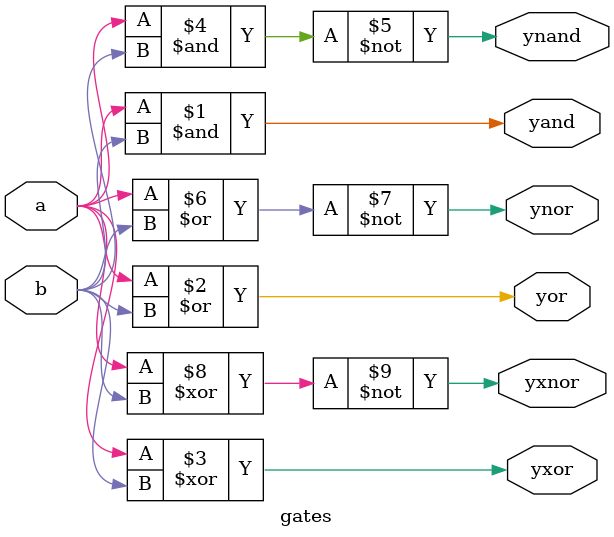
<source format=sv>
`timescale 1ns/1ps
module gates
            #(parameter W = 1)
            (input logic [W-1:0] a, b,
             output logic [W-1:0] yand, yor, yxor, ynand,
              ynor, yxnor);
      assign yand = a & b;
      assign yor = a | b;
      assign yxor = a ^ b;
      assign ynand = ~(a & b);
      assign ynor = ~(a | b);
      assign yxnor = ~(a ^ b);
endmodule
	

</source>
